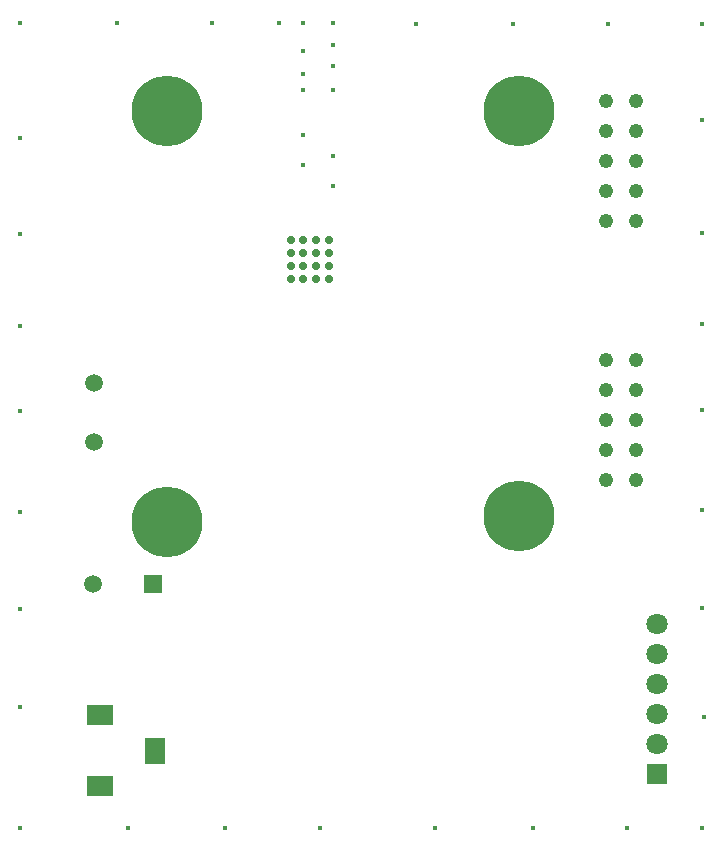
<source format=gbs>
G04*
G04 #@! TF.GenerationSoftware,Altium Limited,Altium Designer,19.1.8 (144)*
G04*
G04 Layer_Color=16711935*
%FSLAX25Y25*%
%MOIN*%
G70*
G01*
G75*
%ADD90C,0.04816*%
%ADD91C,0.23622*%
%ADD92C,0.23622*%
%ADD93R,0.06706X0.09068*%
%ADD94R,0.09068X0.06706*%
%ADD95C,0.07099*%
%ADD96R,0.07099X0.07099*%
%ADD97C,0.05918*%
%ADD98R,0.05918X0.05918*%
%ADD99C,0.01700*%
%ADD100C,0.02769*%
D90*
X199500Y160500D02*
D03*
X209500D02*
D03*
X199500Y150500D02*
D03*
X209500D02*
D03*
X199500Y140500D02*
D03*
X209500D02*
D03*
X199500Y130500D02*
D03*
X209500D02*
D03*
X199500Y120500D02*
D03*
X209500D02*
D03*
X199500Y247000D02*
D03*
X209500D02*
D03*
X199500Y237000D02*
D03*
X209500D02*
D03*
X199500Y227000D02*
D03*
X209500D02*
D03*
X199500Y217000D02*
D03*
X209500D02*
D03*
X199500Y207000D02*
D03*
X209500D02*
D03*
D91*
X170500Y108500D02*
D03*
Y243500D02*
D03*
X53000Y106500D02*
D03*
D92*
Y243500D02*
D03*
D93*
X49216Y30279D02*
D03*
D94*
X30713Y18469D02*
D03*
Y42091D02*
D03*
D95*
X216500Y52500D02*
D03*
Y32500D02*
D03*
Y42500D02*
D03*
Y62500D02*
D03*
Y72500D02*
D03*
D96*
Y22500D02*
D03*
D97*
X28650Y152835D02*
D03*
Y133150D02*
D03*
X28461Y86000D02*
D03*
D98*
X48539D02*
D03*
D99*
X104000Y4500D02*
D03*
X72500D02*
D03*
X40000D02*
D03*
X206500D02*
D03*
X175000D02*
D03*
X142500D02*
D03*
X200000Y272500D02*
D03*
X168500D02*
D03*
X136000D02*
D03*
X231500D02*
D03*
Y240500D02*
D03*
Y203000D02*
D03*
Y172500D02*
D03*
Y144000D02*
D03*
Y110500D02*
D03*
Y78000D02*
D03*
X232000Y41500D02*
D03*
X231500Y4500D02*
D03*
X4000D02*
D03*
Y45000D02*
D03*
Y77500D02*
D03*
Y110000D02*
D03*
Y143500D02*
D03*
Y172000D02*
D03*
Y202500D02*
D03*
Y234500D02*
D03*
Y273000D02*
D03*
X36500D02*
D03*
X68000D02*
D03*
X98500Y250500D02*
D03*
X108500Y218500D02*
D03*
Y250500D02*
D03*
X98500Y235500D02*
D03*
X108500Y228500D02*
D03*
X98500Y225500D02*
D03*
Y256000D02*
D03*
X108500Y258500D02*
D03*
X98500Y263500D02*
D03*
X108500Y265500D02*
D03*
Y273000D02*
D03*
X98500D02*
D03*
X90500D02*
D03*
D100*
X94239Y187608D02*
D03*
Y191939D02*
D03*
Y196269D02*
D03*
Y200600D02*
D03*
X98569Y187608D02*
D03*
Y191939D02*
D03*
Y196269D02*
D03*
Y200600D02*
D03*
X102900Y187608D02*
D03*
Y191939D02*
D03*
Y196269D02*
D03*
Y200600D02*
D03*
X107231Y187608D02*
D03*
Y191939D02*
D03*
Y196269D02*
D03*
Y200600D02*
D03*
M02*

</source>
